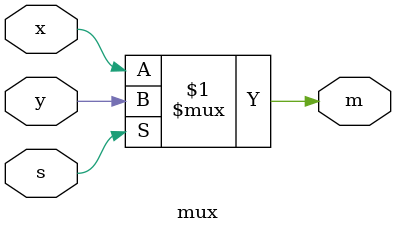
<source format=v>
module mux(x, y, s, m);
    input   x, y; 
    input   s;   
    output  m; 
	 
	 
	 
    assign m = s? y : x;
	 
endmodule

</source>
